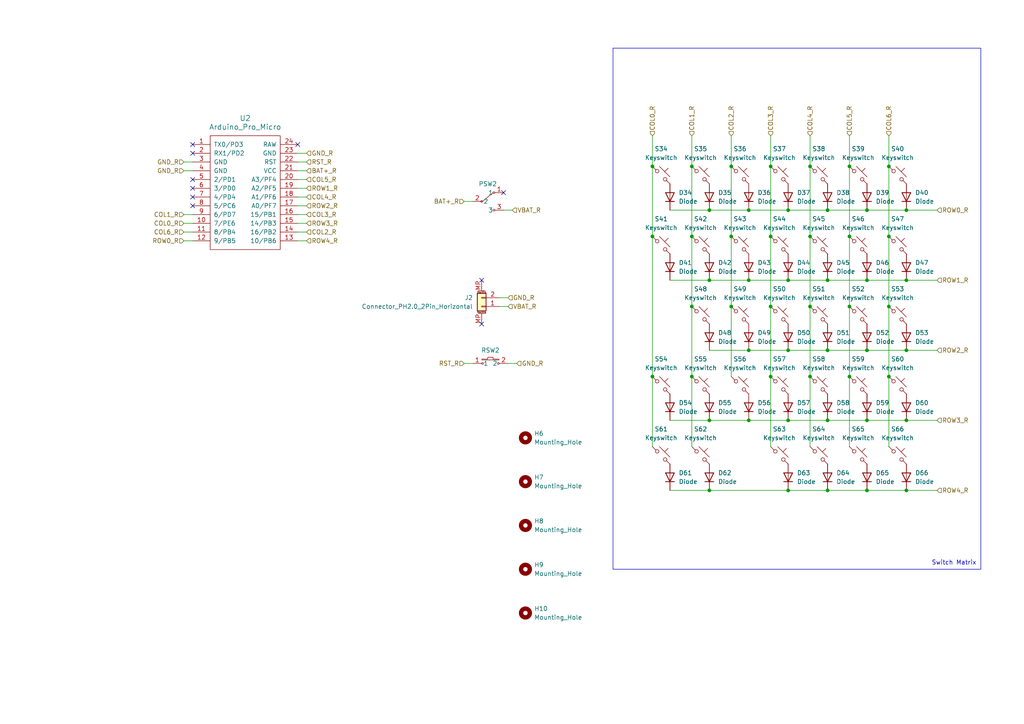
<source format=kicad_sch>
(kicad_sch (version 20250114) (generator "eeschema") (generator_version "9.0")
  (paper "A4")
  (lib_symbols
    (symbol "MyLibrary:Connector_PH2.0_2Pin_Horizontal" (pin_names (hide yes))
      (property "Reference" "J" (at 4.826 -5.334 0))
      (property "Value" "Connector_PH2.0_2Pin_Horizontal" (at 0 -8.636 0))
      (symbol "Connector_PH2.0_2Pin_Horizontal_1_1"
        (rectangle (start 0 2.54) (end 2.54 -2.54) (stroke (width 0.254)) (fill (type background)))
        (rectangle (start 0 1.397) (end 1.27 1.143) (stroke (width 0.1524)))
        (rectangle (start 0 -1.143) (end 1.27 -1.397) (stroke (width 0.1524)))
        (polyline (pts (xy 0.254 -3.302) (xy 2.286 -3.302)) (stroke (width 0.1524)))
        (polyline (pts (xy 2.286 3.302) (xy 0.254 3.302)) (stroke (width 0.1524)))
        (text "Mounting" (at 1.27 2.921 0) (effects (font (size 0.381 0.381))))
        (text "Mounting" (at 1.27 -2.921 0) (effects (font (size 0.381 0.381))))
        (pin passive line (at -3.81 1.27 0) (length 3.81) (name "Pin_1") (number "1"))
        (pin passive line (at -3.81 -1.27 0) (length 3.81) (name "Pin_2") (number "2"))
        (pin passive line (at 1.27 6.35 270) (length 3.048) (name "MountPin") (number "MP"))
        (pin passive line (at 1.27 -6.35 90) (length 3.048) (name "MountPin") (number "MP"))
      )
    )
    (symbol "MyLibrary:MSK_1134_3Pin_2H"
      (property "Reference" "SW" (at 6.35 -5.334 0))
      (symbol "MSK_1134_3Pin_2H_1_1"
        (circle (center 0 0) (radius 0.254))
        (polyline (pts (xy 0.254 0) (xy 3.302 2.54)))
        (circle (center 3.556 2.54) (radius 0.254))
        (circle (center 3.556 -2.54) (radius 0.254))
        (pin passive line (at -2.54 0 0) (length 2.54) (name "2") (number "2"))
        (pin passive line (at 6.35 2.54 180) (length 2.54) (name "1") (number "1"))
        (pin passive line (at 6.35 -2.54 180) (length 2.54) (name "3") (number "3"))
      )
    )
    (symbol "MyLibrary:Tactile_Swtich_3*6*2.5mm"
      (property "Reference" "SW" (at 4.318 -2.286 0))
      (symbol "Tactile_Swtich_3*6*2.5mm_0_1"
        (polyline (pts (xy -2.54 1.27) (xy -0.762 1.27) (xy -0.762 1.778) (xy 0.762 1.778) (xy 0.762 1.27) (xy 2.54 1.27)))
        (polyline (pts (xy -2.54 1.016) (xy 2.54 1.016)))
        (circle (center -2.286 0) (radius 0.254))
        (circle (center 2.286 0) (radius 0.254))
      )
      (symbol "Tactile_Swtich_3*6*2.5mm_1_1"
        (pin passive line (at -5.08 0 0) (length 2.54) (name "1") (number "1"))
        (pin passive line (at 5.08 0 180) (length 2.54) (name "2") (number "2"))
      )
    )
    (symbol "ScottoKeebs:MCU_Arduino_Pro_Micro" (pin_names (offset 1.016))
      (property "Reference" "U" (at 0 0 0))
      (property "Value" "Arduino_Pro_Micro" (at 0 -19.05 0))
      (symbol "MCU_Arduino_Pro_Micro_0_1"
        (rectangle (start -10.16 16.51) (end 10.16 -16.51))
      )
      (symbol "MCU_Arduino_Pro_Micro_1_1"
        (pin input line (at -15.24 13.97 0) (length 5.08) (name "TX0/PD3") (number "1"))
        (pin input line (at -15.24 11.43 0) (length 5.08) (name "RX1/PD2") (number "2"))
        (pin input line (at -15.24 8.89 0) (length 5.08) (name "GND") (number "3"))
        (pin input line (at -15.24 6.35 0) (length 5.08) (name "GND") (number "4"))
        (pin input line (at -15.24 3.81 0) (length 5.08) (name "2/PD1") (number "5"))
        (pin input line (at -15.24 1.27 0) (length 5.08) (name "3/PD0") (number "6"))
        (pin input line (at -15.24 -1.27 0) (length 5.08) (name "4/PD4") (number "7"))
        (pin input line (at -15.24 -3.81 0) (length 5.08) (name "5/PC6") (number "8"))
        (pin input line (at -15.24 -6.35 0) (length 5.08) (name "6/PD7") (number "9"))
        (pin input line (at -15.24 -8.89 0) (length 5.08) (name "7/PE6") (number "10"))
        (pin input line (at -15.24 -11.43 0) (length 5.08) (name "8/PB4") (number "11"))
        (pin input line (at -15.24 -13.97 0) (length 5.08) (name "9/PB5") (number "12"))
        (pin input line (at 15.24 13.97 180) (length 5.08) (name "RAW") (number "24"))
        (pin input line (at 15.24 11.43 180) (length 5.08) (name "GND") (number "23"))
        (pin input line (at 15.24 8.89 180) (length 5.08) (name "RST") (number "22"))
        (pin input line (at 15.24 6.35 180) (length 5.08) (name "VCC") (number "21"))
        (pin input line (at 15.24 3.81 180) (length 5.08) (name "A3/PF4") (number "20"))
        (pin input line (at 15.24 1.27 180) (length 5.08) (name "A2/PF5") (number "19"))
        (pin input line (at 15.24 -1.27 180) (length 5.08) (name "A1/PF6") (number "18"))
        (pin input line (at 15.24 -3.81 180) (length 5.08) (name "A0/PF7") (number "17"))
        (pin input line (at 15.24 -6.35 180) (length 5.08) (name "15/PB1") (number "16"))
        (pin input line (at 15.24 -8.89 180) (length 5.08) (name "14/PB3") (number "15"))
        (pin input line (at 15.24 -11.43 180) (length 5.08) (name "16/PB2") (number "14"))
        (pin input line (at 15.24 -13.97 180) (length 5.08) (name "10/PB6") (number "13"))
      )
    )
    (symbol "ScottoKeebs:Placeholder_Diode" (pin_numbers (hide yes)) (pin_names (hide yes))
      (property "Reference" "D" (at 0 2.54 0))
      (property "Value" "Diode" (at 0 -2.54 0))
      (symbol "Placeholder_Diode_0_1"
        (polyline (pts (xy -1.27 1.27) (xy -1.27 -1.27)) (stroke (width 0.254)))
        (polyline (pts (xy 1.27 1.27) (xy 1.27 -1.27) (xy -1.27 0) (xy 1.27 1.27)) (stroke (width 0.254)))
        (polyline (pts (xy 1.27 0) (xy -1.27 0)))
      )
      (symbol "Placeholder_Diode_1_1"
        (pin passive line (at -3.81 0 0) (length 2.54) (name "K") (number "1"))
        (pin passive line (at 3.81 0 180) (length 2.54) (name "A") (number "2"))
      )
    )
    (symbol "ScottoKeebs:Placeholder_Keyswitch" (pin_numbers (hide yes)) (pin_names (offset 1.016) (hide yes))
      (property "Reference" "S" (at 3.048 1.016 0))
      (property "Value" "Keyswitch" (at 0 -3.81 0))
      (symbol "Placeholder_Keyswitch_0_1"
        (polyline (pts (xy -2.54 2.54) (xy -1.524 1.524) (xy -1.524 1.524)))
        (circle (center -1.1684 1.1684) (radius 0.508))
        (polyline (pts (xy -0.508 2.54) (xy 2.54 -0.508)))
        (polyline (pts (xy 1.016 1.016) (xy 2.032 2.032)))
        (circle (center 1.143 -1.1938) (radius 0.508))
        (polyline (pts (xy 1.524 -1.524) (xy 2.54 -2.54) (xy 2.54 -2.54) (xy 2.54 -2.54)))
        (pin passive line (at -2.54 2.54 0) (length 0) (name "1") (number "1"))
        (pin passive line (at 2.54 -2.54 180) (length 0) (name "2") (number "2"))
      )
    )
    (symbol "ScottoKeebs:Placeholder_Mounting_Hole" (pin_names (offset 1.016))
      (property "Reference" "H" (at 0 5.08 0))
      (property "Value" "Mounting_Hole" (at 0 3.175 0))
      (symbol "Placeholder_Mounting_Hole_0_1"
        (circle (center 0 0) (radius 1.27) (stroke (width 1.27)))
      )
    )
  )
  (rectangle (start 177.8 13.97) (end 284.48 165.1))
  (text "Switch Matrix" (at 283.21 163.322 0) (effects (font (size 1.27 1.27)) (justify right)))
  (junction (at 189.23 68.58))
  (junction (at 262.89 60.96))
  (junction (at 205.74 81.28))
  (junction (at 228.6 81.28))
  (junction (at 223.52 109.22))
  (junction (at 234.95 48.26))
  (junction (at 234.95 109.22))
  (junction (at 246.38 109.22))
  (junction (at 246.38 88.9))
  (junction (at 251.46 142.24))
  (junction (at 200.66 109.22))
  (junction (at 240.03 121.92))
  (junction (at 251.46 60.96))
  (junction (at 240.03 142.24))
  (junction (at 257.81 48.26))
  (junction (at 240.03 60.96))
  (junction (at 217.17 121.92))
  (junction (at 257.81 88.9))
  (junction (at 223.52 68.58))
  (junction (at 200.66 48.26))
  (junction (at 228.6 101.6))
  (junction (at 212.09 68.58))
  (junction (at 240.03 81.28))
  (junction (at 189.23 109.22))
  (junction (at 246.38 48.26))
  (junction (at 251.46 101.6))
  (junction (at 205.74 121.92))
  (junction (at 205.74 142.24))
  (junction (at 240.03 101.6))
  (junction (at 200.66 88.9))
  (junction (at 189.23 48.26))
  (junction (at 246.38 68.58))
  (junction (at 217.17 60.96))
  (junction (at 234.95 68.58))
  (junction (at 257.81 68.58))
  (junction (at 217.17 101.6))
  (junction (at 262.89 142.24))
  (junction (at 228.6 142.24))
  (junction (at 212.09 48.26))
  (junction (at 200.66 68.58))
  (junction (at 234.95 88.9))
  (junction (at 223.52 88.9))
  (junction (at 223.52 48.26))
  (junction (at 228.6 60.96))
  (junction (at 262.89 121.92))
  (junction (at 205.74 60.96))
  (junction (at 262.89 81.28))
  (junction (at 251.46 121.92))
  (junction (at 262.89 101.6))
  (junction (at 251.46 81.28))
  (junction (at 212.09 88.9))
  (junction (at 228.6 121.92))
  (junction (at 217.17 81.28))
  (junction (at 257.81 109.22))
  (no_connect (at 55.88 52.07))
  (no_connect (at 86.36 41.91))
  (no_connect (at 55.88 59.69))
  (no_connect (at 139.7 93.98))
  (no_connect (at 146.05 55.88))
  (no_connect (at 55.88 41.91))
  (no_connect (at 139.7 81.28))
  (no_connect (at 55.88 54.61))
  (no_connect (at 55.88 44.45))
  (no_connect (at 55.88 57.15))
  (wire (pts (xy 148.59 60.96) (xy 146.05 60.96)))
  (wire (pts (xy 53.34 64.77) (xy 55.88 64.77)))
  (wire (pts (xy 194.31 60.96) (xy 205.74 60.96)))
  (wire (pts (xy 251.46 60.96) (xy 262.89 60.96)))
  (wire (pts (xy 149.86 105.41) (xy 147.32 105.41)))
  (wire (pts (xy 147.32 86.36) (xy 144.78 86.36)))
  (wire (pts (xy 246.38 48.26) (xy 246.38 68.58)))
  (wire (pts (xy 53.34 46.99) (xy 55.88 46.99)))
  (wire (pts (xy 53.34 69.85) (xy 55.88 69.85)))
  (wire (pts (xy 212.09 68.58) (xy 212.09 88.9)))
  (wire (pts (xy 200.66 68.58) (xy 200.66 88.9)))
  (wire (pts (xy 240.03 142.24) (xy 251.46 142.24)))
  (wire (pts (xy 240.03 60.96) (xy 251.46 60.96)))
  (wire (pts (xy 53.34 49.53) (xy 55.88 49.53)))
  (wire (pts (xy 251.46 121.92) (xy 262.89 121.92)))
  (wire (pts (xy 217.17 101.6) (xy 228.6 101.6)))
  (wire (pts (xy 189.23 48.26) (xy 189.23 68.58)))
  (wire (pts (xy 246.38 39.37) (xy 246.38 48.26)))
  (wire (pts (xy 234.95 48.26) (xy 234.95 68.58)))
  (wire (pts (xy 257.81 88.9) (xy 257.81 109.22)))
  (wire (pts (xy 271.78 121.92) (xy 262.89 121.92)))
  (wire (pts (xy 271.78 60.96) (xy 262.89 60.96)))
  (wire (pts (xy 223.52 68.58) (xy 223.52 88.9)))
  (wire (pts (xy 240.03 121.92) (xy 251.46 121.92)))
  (wire (pts (xy 223.52 88.9) (xy 223.52 109.22)))
  (wire (pts (xy 246.38 68.58) (xy 246.38 88.9)))
  (wire (pts (xy 246.38 109.22) (xy 246.38 129.54)))
  (wire (pts (xy 262.89 101.6) (xy 251.46 101.6)))
  (wire (pts (xy 88.9 59.69) (xy 86.36 59.69)))
  (wire (pts (xy 223.52 109.22) (xy 223.52 129.54)))
  (wire (pts (xy 200.66 109.22) (xy 200.66 129.54)))
  (wire (pts (xy 88.9 49.53) (xy 86.36 49.53)))
  (wire (pts (xy 251.46 142.24) (xy 262.89 142.24)))
  (wire (pts (xy 228.6 121.92) (xy 240.03 121.92)))
  (wire (pts (xy 194.31 142.24) (xy 205.74 142.24)))
  (wire (pts (xy 212.09 48.26) (xy 212.09 68.58)))
  (wire (pts (xy 194.31 121.92) (xy 205.74 121.92)))
  (wire (pts (xy 134.62 58.42) (xy 137.16 58.42)))
  (wire (pts (xy 134.62 105.41) (xy 137.16 105.41)))
  (wire (pts (xy 240.03 81.28) (xy 251.46 81.28)))
  (wire (pts (xy 234.95 68.58) (xy 234.95 88.9)))
  (wire (pts (xy 228.6 60.96) (xy 240.03 60.96)))
  (wire (pts (xy 271.78 142.24) (xy 262.89 142.24)))
  (wire (pts (xy 205.74 142.24) (xy 228.6 142.24)))
  (wire (pts (xy 246.38 88.9) (xy 246.38 109.22)))
  (wire (pts (xy 88.9 57.15) (xy 86.36 57.15)))
  (wire (pts (xy 217.17 60.96) (xy 228.6 60.96)))
  (wire (pts (xy 200.66 88.9) (xy 200.66 109.22)))
  (wire (pts (xy 205.74 60.96) (xy 217.17 60.96)))
  (wire (pts (xy 88.9 44.45) (xy 86.36 44.45)))
  (wire (pts (xy 234.95 109.22) (xy 234.95 129.54)))
  (wire (pts (xy 271.78 101.6) (xy 262.89 101.6)))
  (wire (pts (xy 189.23 39.37) (xy 189.23 48.26)))
  (wire (pts (xy 217.17 81.28) (xy 228.6 81.28)))
  (wire (pts (xy 88.9 54.61) (xy 86.36 54.61)))
  (wire (pts (xy 88.9 67.31) (xy 86.36 67.31)))
  (wire (pts (xy 257.81 68.58) (xy 257.81 88.9)))
  (wire (pts (xy 200.66 39.37) (xy 200.66 48.26)))
  (wire (pts (xy 88.9 62.23) (xy 86.36 62.23)))
  (wire (pts (xy 205.74 121.92) (xy 217.17 121.92)))
  (wire (pts (xy 88.9 64.77) (xy 86.36 64.77)))
  (wire (pts (xy 212.09 88.9) (xy 212.09 109.22)))
  (wire (pts (xy 223.52 48.26) (xy 223.52 68.58)))
  (wire (pts (xy 251.46 81.28) (xy 262.89 81.28)))
  (wire (pts (xy 189.23 68.58) (xy 189.23 109.22)))
  (wire (pts (xy 88.9 46.99) (xy 86.36 46.99)))
  (wire (pts (xy 205.74 101.6) (xy 217.17 101.6)))
  (wire (pts (xy 240.03 101.6) (xy 251.46 101.6)))
  (wire (pts (xy 228.6 101.6) (xy 240.03 101.6)))
  (wire (pts (xy 88.9 69.85) (xy 86.36 69.85)))
  (wire (pts (xy 189.23 109.22) (xy 189.23 129.54)))
  (wire (pts (xy 53.34 67.31) (xy 55.88 67.31)))
  (wire (pts (xy 257.81 39.37) (xy 257.81 48.26)))
  (wire (pts (xy 234.95 88.9) (xy 234.95 109.22)))
  (wire (pts (xy 194.31 81.28) (xy 205.74 81.28)))
  (wire (pts (xy 257.81 48.26) (xy 257.81 68.58)))
  (wire (pts (xy 217.17 121.92) (xy 228.6 121.92)))
  (wire (pts (xy 223.52 39.37) (xy 223.52 48.26)))
  (wire (pts (xy 212.09 39.37) (xy 212.09 48.26)))
  (wire (pts (xy 88.9 52.07) (xy 86.36 52.07)))
  (wire (pts (xy 257.81 109.22) (xy 257.81 129.54)))
  (wire (pts (xy 234.95 39.37) (xy 234.95 48.26)))
  (wire (pts (xy 205.74 81.28) (xy 217.17 81.28)))
  (wire (pts (xy 262.89 81.28) (xy 271.78 81.28)))
  (wire (pts (xy 228.6 81.28) (xy 240.03 81.28)))
  (wire (pts (xy 200.66 48.26) (xy 200.66 68.58)))
  (wire (pts (xy 147.32 88.9) (xy 144.78 88.9)))
  (wire (pts (xy 228.6 142.24) (xy 240.03 142.24)))
  (wire (pts (xy 53.34 62.23) (xy 55.88 62.23)))
  (hierarchical_label "ROW4_R" (shape input) (at 88.9 69.85 0))
  (hierarchical_label "GND_R" (shape input) (at 147.32 86.36 0))
  (hierarchical_label "ROW2_R" (shape input) (at 88.9 59.69 0))
  (hierarchical_label "ROW2_R" (shape input) (at 271.78 101.6 0))
  (hierarchical_label "BAT+_R" (shape input) (at 88.9 49.53 0))
  (hierarchical_label "COL3_R" (shape input) (at 88.9 62.23 0))
  (hierarchical_label "ROW0_R" (shape input) (at 53.34 69.85 180))
  (hierarchical_label "COL5_R" (shape input) (at 246.38 39.37 90))
  (hierarchical_label "ROW4_R" (shape input) (at 271.78 142.24 0))
  (hierarchical_label "COL2_R" (shape input) (at 212.09 39.37 90))
  (hierarchical_label "VBAT_R" (shape input) (at 147.32 88.9 0))
  (hierarchical_label "COL4_R" (shape input) (at 234.95 39.37 90))
  (hierarchical_label "GND_R" (shape input) (at 149.86 105.41 0))
  (hierarchical_label "COL3_R" (shape input) (at 223.52 39.37 90))
  (hierarchical_label "ROW3_R" (shape input) (at 88.9 64.77 0))
  (hierarchical_label "COL6_R" (shape input) (at 257.81 39.37 90))
  (hierarchical_label "COL0_R" (shape input) (at 189.23 39.37 90))
  (hierarchical_label "RST_R" (shape input) (at 88.9 46.99 0))
  (hierarchical_label "COL1_R" (shape input) (at 200.66 39.37 90))
  (hierarchical_label "COL1_R" (shape input) (at 53.34 62.23 180))
  (hierarchical_label "ROW1_R" (shape input) (at 88.9 54.61 0))
  (hierarchical_label "ROW1_R" (shape input) (at 271.78 81.28 0))
  (hierarchical_label "VBAT_R" (shape input) (at 148.59 60.96 0))
  (hierarchical_label "COL2_R" (shape input) (at 88.9 67.31 0))
  (hierarchical_label "BAT+_R" (shape input) (at 134.62 58.42 180))
  (hierarchical_label "GND_R" (shape input) (at 53.34 49.53 180))
  (hierarchical_label "COL4_R" (shape input) (at 88.9 57.15 0))
  (hierarchical_label "COL6_R" (shape input) (at 53.34 67.31 180))
  (hierarchical_label "RST_R" (shape input) (at 134.62 105.41 180))
  (hierarchical_label "GND_R" (shape input) (at 88.9 44.45 0))
  (hierarchical_label "ROW0_R" (shape input) (at 271.78 60.96 0))
  (hierarchical_label "COL0_R" (shape input) (at 53.34 64.77 180))
  (hierarchical_label "GND_R" (shape input) (at 53.34 46.99 180))
  (hierarchical_label "COL5_R" (shape input) (at 88.9 52.07 0))
  (hierarchical_label "ROW3_R" (shape input) (at 271.78 121.92 0))
  (symbol (lib_id "ScottoKeebs:Placeholder_Keyswitch") (at 214.63 91.44 0) (unit 1)
    (property "Reference" "S49" (at 214.63 83.82 0))
    (property "Value" "Keyswitch" (at 214.63 86.36 0))
    (property "Footprint" "ScottoKeebs_Hotswap:Hotswap_MX_1.00u" (effects (hide yes)))
    (property "Description" "Push button switch, normally open, two pins, 45° tilted" (effects (hide yes)))
  )
  (symbol (lib_id "ScottoKeebs:Placeholder_Mounting_Hole") (at 152.4 177.8 0) (unit 1)
    (property "Reference" "H10" (at 154.94 176.5299 0) (effects (justify left)))
    (property "Value" "Mounting_Hole" (at 154.94 179.0699 0) (effects (justify left)))
    (property "Footprint" "MountingHole:MountingHole_2.5mm" (effects (hide yes)))
    (property "Description" "Mounting Hole without connection" (effects (hide yes)))
  )
  (symbol (lib_id "ScottoKeebs:Placeholder_Diode") (at 251.46 118.11 90) (unit 1)
    (property "Reference" "D59" (at 254 116.8399 90) (effects (justify right)))
    (property "Value" "Diode" (at 254 119.3799 90) (effects (justify right)))
    (property "Footprint" "ScottoKeebs_Components:Diode_SOD-123" (effects (hide yes)))
    (property "Description" "1N4148 (DO-35) or 1N4148W (SOD-123)" (effects (hide yes)))
    (property "Sim.Device" "D" (effects (hide yes)))
    (property "Sim.Pins" "1=K 2=A" (effects (hide yes)))
  )
  (symbol (lib_id "ScottoKeebs:Placeholder_Diode") (at 262.89 118.11 90) (unit 1)
    (property "Reference" "D60" (at 265.43 116.8399 90) (effects (justify right)))
    (property "Value" "Diode" (at 265.43 119.3799 90) (effects (justify right)))
    (property "Footprint" "ScottoKeebs_Components:Diode_SOD-123" (effects (hide yes)))
    (property "Description" "1N4148 (DO-35) or 1N4148W (SOD-123)" (effects (hide yes)))
    (property "Sim.Device" "D" (effects (hide yes)))
    (property "Sim.Pins" "1=K 2=A" (effects (hide yes)))
  )
  (symbol (lib_id "ScottoKeebs:Placeholder_Keyswitch") (at 203.2 111.76 0) (unit 1)
    (property "Reference" "S55" (at 203.2 104.14 0))
    (property "Value" "Keyswitch" (at 203.2 106.68 0))
    (property "Footprint" "ScottoKeebs_Hotswap:Hotswap_MX_1.00u" (effects (hide yes)))
    (property "Description" "Push button switch, normally open, two pins, 45° tilted" (effects (hide yes)))
  )
  (symbol (lib_id "ScottoKeebs:Placeholder_Keyswitch") (at 191.77 111.76 0) (unit 1)
    (property "Reference" "S54" (at 191.77 104.14 0))
    (property "Value" "Keyswitch" (at 191.77 106.68 0))
    (property "Footprint" "ScottoKeebs_Hotswap:Hotswap_MX_2.00u_90deg" (effects (hide yes)))
    (property "Description" "Push button switch, normally open, two pins, 45° tilted" (effects (hide yes)))
  )
  (symbol (lib_id "ScottoKeebs:Placeholder_Mounting_Hole") (at 152.4 165.1 0) (unit 1)
    (property "Reference" "H9" (at 154.94 163.8299 0) (effects (justify left)))
    (property "Value" "Mounting_Hole" (at 154.94 166.3699 0) (effects (justify left)))
    (property "Footprint" "MountingHole:MountingHole_2.5mm" (effects (hide yes)))
    (property "Description" "Mounting Hole without connection" (effects (hide yes)))
  )
  (symbol (lib_id "ScottoKeebs:Placeholder_Diode") (at 228.6 138.43 90) (unit 1)
    (property "Reference" "D63" (at 231.14 137.1599 90) (effects (justify right)))
    (property "Value" "Diode" (at 231.14 139.6999 90) (effects (justify right)))
    (property "Footprint" "ScottoKeebs_Components:Diode_SOD-123" (effects (hide yes)))
    (property "Description" "1N4148 (DO-35) or 1N4148W (SOD-123)" (effects (hide yes)))
    (property "Sim.Device" "D" (effects (hide yes)))
    (property "Sim.Pins" "1=K 2=A" (effects (hide yes)))
  )
  (symbol (lib_id "ScottoKeebs:Placeholder_Mounting_Hole") (at 152.4 127 0) (unit 1)
    (property "Reference" "H6" (at 154.94 125.7299 0) (effects (justify left)))
    (property "Value" "Mounting_Hole" (at 154.94 128.2699 0) (effects (justify left)))
    (property "Footprint" "MountingHole:MountingHole_2.5mm" (effects (hide yes)))
    (property "Description" "Mounting Hole without connection" (effects (hide yes)))
  )
  (symbol (lib_id "ScottoKeebs:Placeholder_Keyswitch") (at 237.49 50.8 0) (unit 1)
    (property "Reference" "S38" (at 237.49 43.18 0))
    (property "Value" "Keyswitch" (at 237.49 45.72 0))
    (property "Footprint" "ScottoKeebs_Hotswap:Hotswap_MX_1.00u" (effects (hide yes)))
    (property "Description" "Push button switch, normally open, two pins, 45° tilted" (effects (hide yes)))
  )
  (symbol (lib_id "ScottoKeebs:Placeholder_Diode") (at 217.17 57.15 90) (unit 1)
    (property "Reference" "D36" (at 219.71 55.8799 90) (effects (justify right)))
    (property "Value" "Diode" (at 219.71 58.4199 90) (effects (justify right)))
    (property "Footprint" "ScottoKeebs_Components:Diode_SOD-123" (effects (hide yes)))
    (property "Description" "1N4148 (DO-35) or 1N4148W (SOD-123)" (effects (hide yes)))
    (property "Sim.Device" "D" (effects (hide yes)))
    (property "Sim.Pins" "1=K 2=A" (effects (hide yes)))
  )
  (symbol (lib_id "ScottoKeebs:Placeholder_Diode") (at 228.6 57.15 90) (unit 1)
    (property "Reference" "D37" (at 231.14 55.8799 90) (effects (justify right)))
    (property "Value" "Diode" (at 231.14 58.4199 90) (effects (justify right)))
    (property "Footprint" "ScottoKeebs_Components:Diode_SOD-123" (effects (hide yes)))
    (property "Description" "1N4148 (DO-35) or 1N4148W (SOD-123)" (effects (hide yes)))
    (property "Sim.Device" "D" (effects (hide yes)))
    (property "Sim.Pins" "1=K 2=A" (effects (hide yes)))
  )
  (symbol (lib_id "ScottoKeebs:Placeholder_Diode") (at 251.46 97.79 90) (unit 1)
    (property "Reference" "D52" (at 254 96.5199 90) (effects (justify right)))
    (property "Value" "Diode" (at 254 99.0599 90) (effects (justify right)))
    (property "Footprint" "ScottoKeebs_Components:Diode_SOD-123" (effects (hide yes)))
    (property "Description" "1N4148 (DO-35) or 1N4148W (SOD-123)" (effects (hide yes)))
    (property "Sim.Device" "D" (effects (hide yes)))
    (property "Sim.Pins" "1=K 2=A" (effects (hide yes)))
  )
  (symbol (lib_id "ScottoKeebs:Placeholder_Keyswitch") (at 203.2 71.12 0) (unit 1)
    (property "Reference" "S42" (at 203.2 63.5 0))
    (property "Value" "Keyswitch" (at 203.2 66.04 0))
    (property "Footprint" "ScottoKeebs_Hotswap:Hotswap_MX_1.00u" (effects (hide yes)))
    (property "Description" "Push button switch, normally open, two pins, 45° tilted" (effects (hide yes)))
  )
  (symbol (lib_id "ScottoKeebs:Placeholder_Keyswitch") (at 260.35 132.08 0) (unit 1)
    (property "Reference" "S66" (at 260.35 124.46 0))
    (property "Value" "Keyswitch" (at 260.35 127 0))
    (property "Footprint" "ScottoKeebs_Hotswap:Hotswap_MX_1.00u" (effects (hide yes)))
    (property "Description" "Push button switch, normally open, two pins, 45° tilted" (effects (hide yes)))
  )
  (symbol (lib_id "ScottoKeebs:Placeholder_Keyswitch") (at 237.49 91.44 0) (unit 1)
    (property "Reference" "S51" (at 237.49 83.82 0))
    (property "Value" "Keyswitch" (at 237.49 86.36 0))
    (property "Footprint" "ScottoKeebs_Hotswap:Hotswap_MX_1.00u" (effects (hide yes)))
    (property "Description" "Push button switch, normally open, two pins, 45° tilted" (effects (hide yes)))
  )
  (symbol (lib_id "ScottoKeebs:Placeholder_Diode") (at 262.89 97.79 90) (unit 1)
    (property "Reference" "D53" (at 265.43 96.5199 90) (effects (justify right)))
    (property "Value" "Diode" (at 265.43 99.0599 90) (effects (justify right)))
    (property "Footprint" "ScottoKeebs_Components:Diode_SOD-123" (effects (hide yes)))
    (property "Description" "1N4148 (DO-35) or 1N4148W (SOD-123)" (effects (hide yes)))
    (property "Sim.Device" "D" (effects (hide yes)))
    (property "Sim.Pins" "1=K 2=A" (effects (hide yes)))
  )
  (symbol (lib_id "ScottoKeebs:Placeholder_Diode") (at 205.74 77.47 90) (unit 1)
    (property "Reference" "D42" (at 208.28 76.1999 90) (effects (justify right)))
    (property "Value" "Diode" (at 208.28 78.7399 90) (effects (justify right)))
    (property "Footprint" "ScottoKeebs_Components:Diode_SOD-123" (effects (hide yes)))
    (property "Description" "1N4148 (DO-35) or 1N4148W (SOD-123)" (effects (hide yes)))
    (property "Sim.Device" "D" (effects (hide yes)))
    (property "Sim.Pins" "1=K 2=A" (effects (hide yes)))
  )
  (symbol (lib_id "ScottoKeebs:Placeholder_Diode") (at 205.74 97.79 90) (unit 1)
    (property "Reference" "D48" (at 208.28 96.5199 90) (effects (justify right)))
    (property "Value" "Diode" (at 208.28 99.0599 90) (effects (justify right)))
    (property "Footprint" "ScottoKeebs_Components:Diode_SOD-123" (effects (hide yes)))
    (property "Description" "1N4148 (DO-35) or 1N4148W (SOD-123)" (effects (hide yes)))
    (property "Sim.Device" "D" (effects (hide yes)))
    (property "Sim.Pins" "1=K 2=A" (effects (hide yes)))
  )
  (symbol (lib_id "ScottoKeebs:Placeholder_Diode") (at 262.89 77.47 90) (unit 1)
    (property "Reference" "D47" (at 265.43 76.1999 90) (effects (justify right)))
    (property "Value" "Diode" (at 265.43 78.7399 90) (effects (justify right)))
    (property "Footprint" "ScottoKeebs_Components:Diode_SOD-123" (effects (hide yes)))
    (property "Description" "1N4148 (DO-35) or 1N4148W (SOD-123)" (effects (hide yes)))
    (property "Sim.Device" "D" (effects (hide yes)))
    (property "Sim.Pins" "1=K 2=A" (effects (hide yes)))
  )
  (symbol (lib_id "ScottoKeebs:Placeholder_Keyswitch") (at 226.06 50.8 0) (unit 1)
    (property "Reference" "S37" (at 226.06 43.18 0))
    (property "Value" "Keyswitch" (at 226.06 45.72 0))
    (property "Footprint" "ScottoKeebs_Hotswap:Hotswap_MX_1.00u" (effects (hide yes)))
    (property "Description" "Push button switch, normally open, two pins, 45° tilted" (effects (hide yes)))
  )
  (symbol (lib_id "ScottoKeebs:Placeholder_Diode") (at 217.17 97.79 90) (unit 1)
    (property "Reference" "D49" (at 219.71 96.5199 90) (effects (justify right)))
    (property "Value" "Diode" (at 219.71 99.0599 90) (effects (justify right)))
    (property "Footprint" "ScottoKeebs_Components:Diode_SOD-123" (effects (hide yes)))
    (property "Description" "1N4148 (DO-35) or 1N4148W (SOD-123)" (effects (hide yes)))
    (property "Sim.Device" "D" (effects (hide yes)))
    (property "Sim.Pins" "1=K 2=A" (effects (hide yes)))
  )
  (symbol (lib_id "ScottoKeebs:Placeholder_Diode") (at 240.03 77.47 90) (unit 1)
    (property "Reference" "D45" (at 242.57 76.1999 90) (effects (justify right)))
    (property "Value" "Diode" (at 242.57 78.7399 90) (effects (justify right)))
    (property "Footprint" "ScottoKeebs_Components:Diode_SOD-123" (effects (hide yes)))
    (property "Description" "1N4148 (DO-35) or 1N4148W (SOD-123)" (effects (hide yes)))
    (property "Sim.Device" "D" (effects (hide yes)))
    (property "Sim.Pins" "1=K 2=A" (effects (hide yes)))
  )
  (symbol (lib_id "ScottoKeebs:Placeholder_Diode") (at 240.03 57.15 90) (unit 1)
    (property "Reference" "D38" (at 242.57 55.8799 90) (effects (justify right)))
    (property "Value" "Diode" (at 242.57 58.4199 90) (effects (justify right)))
    (property "Footprint" "ScottoKeebs_Components:Diode_SOD-123" (effects (hide yes)))
    (property "Description" "1N4148 (DO-35) or 1N4148W (SOD-123)" (effects (hide yes)))
    (property "Sim.Device" "D" (effects (hide yes)))
    (property "Sim.Pins" "1=K 2=A" (effects (hide yes)))
  )
  (symbol (lib_id "ScottoKeebs:Placeholder_Diode") (at 262.89 57.15 90) (unit 1)
    (property "Reference" "D40" (at 265.43 55.8799 90) (effects (justify right)))
    (property "Value" "Diode" (at 265.43 58.4199 90) (effects (justify right)))
    (property "Footprint" "ScottoKeebs_Components:Diode_SOD-123" (effects (hide yes)))
    (property "Description" "1N4148 (DO-35) or 1N4148W (SOD-123)" (effects (hide yes)))
    (property "Sim.Device" "D" (effects (hide yes)))
    (property "Sim.Pins" "1=K 2=A" (effects (hide yes)))
  )
  (symbol (lib_id "ScottoKeebs:Placeholder_Keyswitch") (at 260.35 111.76 0) (unit 1)
    (property "Reference" "S60" (at 260.35 104.14 0))
    (property "Value" "Keyswitch" (at 260.35 106.68 0))
    (property "Footprint" "ScottoKeebs_Hotswap:Hotswap_MX_1.50u" (effects (hide yes)))
    (property "Description" "Push button switch, normally open, two pins, 45° tilted" (effects (hide yes)))
  )
  (symbol (lib_id "ScottoKeebs:Placeholder_Diode") (at 251.46 57.15 90) (unit 1)
    (property "Reference" "D39" (at 254 55.8799 90) (effects (justify right)))
    (property "Value" "Diode" (at 254 58.4199 90) (effects (justify right)))
    (property "Footprint" "ScottoKeebs_Components:Diode_SOD-123" (effects (hide yes)))
    (property "Description" "1N4148 (DO-35) or 1N4148W (SOD-123)" (effects (hide yes)))
    (property "Sim.Device" "D" (effects (hide yes)))
    (property "Sim.Pins" "1=K 2=A" (effects (hide yes)))
  )
  (symbol (lib_id "MyLibrary:Tactile_Swtich_3*6*2.5mm") (at 142.24 105.41 0) (unit 1)
    (property "Reference" "RSW2" (at 142.24 101.6 0))
    (property "Footprint" "MyLibrary:Tactile_Switch_3_6_2.5mm" (effects (hide yes)))
    (property "Description" "轻触开关3*6*2.5mm" (effects (hide yes)))
  )
  (symbol (lib_id "ScottoKeebs:MCU_Arduino_Pro_Micro") (at 71.12 55.88 0) (unit 1)
    (property "Reference" "U2" (at 71.12 34.29 0) (effects (font (size 1.524 1.524))))
    (property "Value" "Arduino_Pro_Micro" (at 71.12 36.83 0) (effects (font (size 1.524 1.524))))
    (property "Footprint" "ScottoKeebs_MCU:Arduino_Pro_Micro" (effects (hide yes)))
  )
  (symbol (lib_id "ScottoKeebs:Placeholder_Keyswitch") (at 203.2 132.08 0) (unit 1)
    (property "Reference" "S62" (at 203.2 124.46 0))
    (property "Value" "Keyswitch" (at 203.2 127 0))
    (property "Footprint" "ScottoKeebs_Hotswap:Hotswap_MX_2.00u" (effects (hide yes)))
    (property "Description" "Push button switch, normally open, two pins, 45° tilted" (effects (hide yes)))
  )
  (symbol (lib_id "ScottoKeebs:Placeholder_Keyswitch") (at 260.35 71.12 0) (unit 1)
    (property "Reference" "S47" (at 260.35 63.5 0))
    (property "Value" "Keyswitch" (at 260.35 66.04 0))
    (property "Footprint" "ScottoKeebs_Hotswap:Hotswap_MX_1.50u" (effects (hide yes)))
    (property "Description" "Push button switch, normally open, two pins, 45° tilted" (effects (hide yes)))
  )
  (symbol (lib_id "ScottoKeebs:Placeholder_Keyswitch") (at 226.06 132.08 0) (unit 1)
    (property "Reference" "S63" (at 226.06 124.46 0))
    (property "Value" "Keyswitch" (at 226.06 127 0))
    (property "Footprint" "ScottoKeebs_Hotswap:Hotswap_MX_1.00u" (effects (hide yes)))
    (property "Description" "Push button switch, normally open, two pins, 45° tilted" (effects (hide yes)))
  )
  (symbol (lib_id "ScottoKeebs:Placeholder_Diode") (at 262.89 138.43 90) (unit 1)
    (property "Reference" "D66" (at 265.43 137.1599 90) (effects (justify right)))
    (property "Value" "Diode" (at 265.43 139.6999 90) (effects (justify right)))
    (property "Footprint" "ScottoKeebs_Components:Diode_SOD-123" (effects (hide yes)))
    (property "Description" "1N4148 (DO-35) or 1N4148W (SOD-123)" (effects (hide yes)))
    (property "Sim.Device" "D" (effects (hide yes)))
    (property "Sim.Pins" "1=K 2=A" (effects (hide yes)))
  )
  (symbol (lib_id "ScottoKeebs:Placeholder_Keyswitch") (at 226.06 71.12 0) (unit 1)
    (property "Reference" "S44" (at 226.06 63.5 0))
    (property "Value" "Keyswitch" (at 226.06 66.04 0))
    (property "Footprint" "ScottoKeebs_Hotswap:Hotswap_MX_1.00u" (effects (hide yes)))
    (property "Description" "Push button switch, normally open, two pins, 45° tilted" (effects (hide yes)))
  )
  (symbol (lib_id "MyLibrary:Connector_PH2.0_2Pin_Horizontal") (at 140.97 87.63 180) (unit 1)
    (property "Reference" "J2" (at 137.16 86.3599 0) (effects (justify left)))
    (property "Value" "Connector_PH2.0_2Pin_Horizontal" (at 137.16 88.8999 0) (effects (justify left)))
    (property "Footprint" "Connector_JST:JST_GH_SM02B-GHS-TB_1x02-1MP_P1.25mm_Horizontal" (effects (hide yes)))
    (property "Description" "PH2.0接插件2PIN卧贴" (effects (hide yes)))
  )
  (symbol (lib_id "ScottoKeebs:Placeholder_Diode") (at 228.6 97.79 90) (unit 1)
    (property "Reference" "D50" (at 231.14 96.5199 90) (effects (justify right)))
    (property "Value" "Diode" (at 231.14 99.0599 90) (effects (justify right)))
    (property "Footprint" "ScottoKeebs_Components:Diode_SOD-123" (effects (hide yes)))
    (property "Description" "1N4148 (DO-35) or 1N4148W (SOD-123)" (effects (hide yes)))
    (property "Sim.Device" "D" (effects (hide yes)))
    (property "Sim.Pins" "1=K 2=A" (effects (hide yes)))
  )
  (symbol (lib_id "ScottoKeebs:Placeholder_Diode") (at 205.74 118.11 90) (unit 1)
    (property "Reference" "D55" (at 208.28 116.8399 90) (effects (justify right)))
    (property "Value" "Diode" (at 208.28 119.3799 90) (effects (justify right)))
    (property "Footprint" "ScottoKeebs_Components:Diode_SOD-123" (effects (hide yes)))
    (property "Description" "1N4148 (DO-35) or 1N4148W (SOD-123)" (effects (hide yes)))
    (property "Sim.Device" "D" (effects (hide yes)))
    (property "Sim.Pins" "1=K 2=A" (effects (hide yes)))
  )
  (symbol (lib_id "ScottoKeebs:Placeholder_Keyswitch") (at 226.06 91.44 0) (unit 1)
    (property "Reference" "S50" (at 226.06 83.82 0))
    (property "Value" "Keyswitch" (at 226.06 86.36 0))
    (property "Footprint" "ScottoKeebs_Hotswap:Hotswap_MX_1.00u" (effects (hide yes)))
    (property "Description" "Push button switch, normally open, two pins, 45° tilted" (effects (hide yes)))
  )
  (symbol (lib_id "ScottoKeebs:Placeholder_Diode") (at 251.46 77.47 90) (unit 1)
    (property "Reference" "D46" (at 254 76.1999 90) (effects (justify right)))
    (property "Value" "Diode" (at 254 78.7399 90) (effects (justify right)))
    (property "Footprint" "ScottoKeebs_Components:Diode_SOD-123" (effects (hide yes)))
    (property "Description" "1N4148 (DO-35) or 1N4148W (SOD-123)" (effects (hide yes)))
    (property "Sim.Device" "D" (effects (hide yes)))
    (property "Sim.Pins" "1=K 2=A" (effects (hide yes)))
  )
  (symbol (lib_id "ScottoKeebs:Placeholder_Diode") (at 251.46 138.43 90) (unit 1)
    (property "Reference" "D65" (at 254 137.1599 90) (effects (justify right)))
    (property "Value" "Diode" (at 254 139.6999 90) (effects (justify right)))
    (property "Footprint" "ScottoKeebs_Components:Diode_SOD-123" (effects (hide yes)))
    (property "Description" "1N4148 (DO-35) or 1N4148W (SOD-123)" (effects (hide yes)))
    (property "Sim.Device" "D" (effects (hide yes)))
    (property "Sim.Pins" "1=K 2=A" (effects (hide yes)))
  )
  (symbol (lib_id "MyLibrary:MSK_1134_3Pin_2H") (at 139.7 58.42 0) (unit 1)
    (property "Reference" "PSW2" (at 141.478 53.34 0))
    (property "Footprint" "MyLibrary:MSK_1134_3Pin_2H" (effects (hide yes)))
    (property "Description" "3脚拨动开关立贴" (effects (hide yes)))
  )
  (symbol (lib_id "ScottoKeebs:Placeholder_Diode") (at 205.74 138.43 90) (unit 1)
    (property "Reference" "D62" (at 208.28 137.1599 90) (effects (justify right)))
    (property "Value" "Diode" (at 208.28 139.6999 90) (effects (justify right)))
    (property "Footprint" "ScottoKeebs_Components:Diode_SOD-123" (effects (hide yes)))
    (property "Description" "1N4148 (DO-35) or 1N4148W (SOD-123)" (effects (hide yes)))
    (property "Sim.Device" "D" (effects (hide yes)))
    (property "Sim.Pins" "1=K 2=A" (effects (hide yes)))
  )
  (symbol (lib_id "ScottoKeebs:Placeholder_Keyswitch") (at 191.77 132.08 0) (unit 1)
    (property "Reference" "S61" (at 191.77 124.46 0))
    (property "Value" "Keyswitch" (at 191.77 127 0))
    (property "Footprint" "ScottoKeebs_Hotswap:Hotswap_MX_1.00u" (effects (hide yes)))
    (property "Description" "Push button switch, normally open, two pins, 45° tilted" (effects (hide yes)))
  )
  (symbol (lib_id "ScottoKeebs:Placeholder_Keyswitch") (at 237.49 111.76 0) (unit 1)
    (property "Reference" "S58" (at 237.49 104.14 0))
    (property "Value" "Keyswitch" (at 237.49 106.68 0))
    (property "Footprint" "ScottoKeebs_Hotswap:Hotswap_MX_1.00u" (effects (hide yes)))
    (property "Description" "Push button switch, normally open, two pins, 45° tilted" (effects (hide yes)))
  )
  (symbol (lib_id "ScottoKeebs:Placeholder_Diode") (at 240.03 97.79 90) (unit 1)
    (property "Reference" "D51" (at 242.57 96.5199 90) (effects (justify right)))
    (property "Value" "Diode" (at 242.57 99.0599 90) (effects (justify right)))
    (property "Footprint" "ScottoKeebs_Components:Diode_SOD-123" (effects (hide yes)))
    (property "Description" "1N4148 (DO-35) or 1N4148W (SOD-123)" (effects (hide yes)))
    (property "Sim.Device" "D" (effects (hide yes)))
    (property "Sim.Pins" "1=K 2=A" (effects (hide yes)))
  )
  (symbol (lib_id "ScottoKeebs:Placeholder_Diode") (at 240.03 138.43 90) (unit 1)
    (property "Reference" "D64" (at 242.57 137.1599 90) (effects (justify right)))
    (property "Value" "Diode" (at 242.57 139.6999 90) (effects (justify right)))
    (property "Footprint" "ScottoKeebs_Components:Diode_SOD-123" (effects (hide yes)))
    (property "Description" "1N4148 (DO-35) or 1N4148W (SOD-123)" (effects (hide yes)))
    (property "Sim.Device" "D" (effects (hide yes)))
    (property "Sim.Pins" "1=K 2=A" (effects (hide yes)))
  )
  (symbol (lib_id "ScottoKeebs:Placeholder_Diode") (at 194.31 77.47 90) (unit 1)
    (property "Reference" "D41" (at 196.85 76.1999 90) (effects (justify right)))
    (property "Value" "Diode" (at 196.85 78.7399 90) (effects (justify right)))
    (property "Footprint" "ScottoKeebs_Components:Diode_SOD-123" (effects (hide yes)))
    (property "Description" "1N4148 (DO-35) or 1N4148W (SOD-123)" (effects (hide yes)))
    (property "Sim.Device" "D" (effects (hide yes)))
    (property "Sim.Pins" "1=K 2=A" (effects (hide yes)))
  )
  (symbol (lib_id "ScottoKeebs:Placeholder_Keyswitch") (at 260.35 50.8 0) (unit 1)
    (property "Reference" "S40" (at 260.35 43.18 0))
    (property "Value" "Keyswitch" (at 260.35 45.72 0))
    (property "Footprint" "ScottoKeebs_Hotswap:Hotswap_MX_1.00u" (effects (hide yes)))
    (property "Description" "Push button switch, normally open, two pins, 45° tilted" (effects (hide yes)))
  )
  (symbol (lib_id "ScottoKeebs:Placeholder_Diode") (at 240.03 118.11 90) (unit 1)
    (property "Reference" "D58" (at 242.57 116.8399 90) (effects (justify right)))
    (property "Value" "Diode" (at 242.57 119.3799 90) (effects (justify right)))
    (property "Footprint" "ScottoKeebs_Components:Diode_SOD-123" (effects (hide yes)))
    (property "Description" "1N4148 (DO-35) or 1N4148W (SOD-123)" (effects (hide yes)))
    (property "Sim.Device" "D" (effects (hide yes)))
    (property "Sim.Pins" "1=K 2=A" (effects (hide yes)))
  )
  (symbol (lib_id "ScottoKeebs:Placeholder_Keyswitch") (at 248.92 111.76 0) (unit 1)
    (property "Reference" "S59" (at 248.92 104.14 0))
    (property "Value" "Keyswitch" (at 248.92 106.68 0))
    (property "Footprint" "ScottoKeebs_Hotswap:Hotswap_MX_1.00u" (effects (hide yes)))
    (property "Description" "Push button switch, normally open, two pins, 45° tilted" (effects (hide yes)))
  )
  (symbol (lib_id "ScottoKeebs:Placeholder_Keyswitch") (at 248.92 50.8 0) (unit 1)
    (property "Reference" "S39" (at 248.92 43.18 0))
    (property "Value" "Keyswitch" (at 248.92 45.72 0))
    (property "Footprint" "ScottoKeebs_Hotswap:Hotswap_MX_1.00u" (effects (hide yes)))
    (property "Description" "Push button switch, normally open, two pins, 45° tilted" (effects (hide yes)))
  )
  (symbol (lib_id "ScottoKeebs:Placeholder_Keyswitch") (at 260.35 91.44 0) (unit 1)
    (property "Reference" "S53" (at 260.35 83.82 0))
    (property "Value" "Keyswitch" (at 260.35 86.36 0))
    (property "Footprint" "ScottoKeebs_Hotswap:Hotswap_MX_1.50u" (effects (hide yes)))
    (property "Description" "Push button switch, normally open, two pins, 45° tilted" (effects (hide yes)))
  )
  (symbol (lib_id "ScottoKeebs:Placeholder_Diode") (at 194.31 57.15 90) (unit 1)
    (property "Reference" "D34" (at 196.85 55.8799 90) (effects (justify right)))
    (property "Value" "Diode" (at 196.85 58.4199 90) (effects (justify right)))
    (property "Footprint" "ScottoKeebs_Components:Diode_SOD-123" (effects (hide yes)))
    (property "Description" "1N4148 (DO-35) or 1N4148W (SOD-123)" (effects (hide yes)))
    (property "Sim.Device" "D" (effects (hide yes)))
    (property "Sim.Pins" "1=K 2=A" (effects (hide yes)))
  )
  (symbol (lib_id "ScottoKeebs:Placeholder_Keyswitch") (at 237.49 71.12 0) (unit 1)
    (property "Reference" "S45" (at 237.49 63.5 0))
    (property "Value" "Keyswitch" (at 237.49 66.04 0))
    (property "Footprint" "ScottoKeebs_Hotswap:Hotswap_MX_1.00u" (effects (hide yes)))
    (property "Description" "Push button switch, normally open, two pins, 45° tilted" (effects (hide yes)))
  )
  (symbol (lib_id "ScottoKeebs:Placeholder_Diode") (at 217.17 118.11 90) (unit 1)
    (property "Reference" "D56" (at 219.71 116.8399 90) (effects (justify right)))
    (property "Value" "Diode" (at 219.71 119.3799 90) (effects (justify right)))
    (property "Footprint" "ScottoKeebs_Components:Diode_SOD-123" (effects (hide yes)))
    (property "Description" "1N4148 (DO-35) or 1N4148W (SOD-123)" (effects (hide yes)))
    (property "Sim.Device" "D" (effects (hide yes)))
    (property "Sim.Pins" "1=K 2=A" (effects (hide yes)))
  )
  (symbol (lib_id "ScottoKeebs:Placeholder_Mounting_Hole") (at 152.4 152.4 0) (unit 1)
    (property "Reference" "H8" (at 154.94 151.1299 0) (effects (justify left)))
    (property "Value" "Mounting_Hole" (at 154.94 153.6699 0) (effects (justify left)))
    (property "Footprint" "MountingHole:MountingHole_2.5mm" (effects (hide yes)))
    (property "Description" "Mounting Hole without connection" (effects (hide yes)))
  )
  (symbol (lib_id "ScottoKeebs:Placeholder_Keyswitch") (at 191.77 50.8 0) (unit 1)
    (property "Reference" "S34" (at 191.77 43.18 0))
    (property "Value" "Keyswitch" (at 191.77 45.72 0))
    (property "Footprint" "ScottoKeebs_Hotswap:Hotswap_MX_1.00u" (effects (hide yes)))
    (property "Description" "Push button switch, normally open, two pins, 45° tilted" (effects (hide yes)))
  )
  (symbol (lib_id "ScottoKeebs:Placeholder_Diode") (at 194.31 138.43 90) (unit 1)
    (property "Reference" "D61" (at 196.85 137.1599 90) (effects (justify right)))
    (property "Value" "Diode" (at 196.85 139.6999 90) (effects (justify right)))
    (property "Footprint" "ScottoKeebs_Components:Diode_SOD-123" (effects (hide yes)))
    (property "Description" "1N4148 (DO-35) or 1N4148W (SOD-123)" (effects (hide yes)))
    (property "Sim.Device" "D" (effects (hide yes)))
    (property "Sim.Pins" "1=K 2=A" (effects (hide yes)))
  )
  (symbol (lib_id "ScottoKeebs:Placeholder_Keyswitch") (at 248.92 91.44 0) (unit 1)
    (property "Reference" "S52" (at 248.92 83.82 0))
    (property "Value" "Keyswitch" (at 248.92 86.36 0))
    (property "Footprint" "ScottoKeebs_Hotswap:Hotswap_MX_1.00u" (effects (hide yes)))
    (property "Description" "Push button switch, normally open, two pins, 45° tilted" (effects (hide yes)))
  )
  (symbol (lib_id "ScottoKeebs:Placeholder_Keyswitch") (at 237.49 132.08 0) (unit 1)
    (property "Reference" "S64" (at 237.49 124.46 0))
    (property "Value" "Keyswitch" (at 237.49 127 0))
    (property "Footprint" "ScottoKeebs_Hotswap:Hotswap_MX_1.00u" (effects (hide yes)))
    (property "Description" "Push button switch, normally open, two pins, 45° tilted" (effects (hide yes)))
  )
  (symbol (lib_id "ScottoKeebs:Placeholder_Diode") (at 217.17 77.47 90) (unit 1)
    (property "Reference" "D43" (at 219.71 76.1999 90) (effects (justify right)))
    (property "Value" "Diode" (at 219.71 78.7399 90) (effects (justify right)))
    (property "Footprint" "ScottoKeebs_Components:Diode_SOD-123" (effects (hide yes)))
    (property "Description" "1N4148 (DO-35) or 1N4148W (SOD-123)" (effects (hide yes)))
    (property "Sim.Device" "D" (effects (hide yes)))
    (property "Sim.Pins" "1=K 2=A" (effects (hide yes)))
  )
  (symbol (lib_id "ScottoKeebs:Placeholder_Diode") (at 205.74 57.15 90) (unit 1)
    (property "Reference" "D35" (at 208.28 55.8799 90) (effects (justify right)))
    (property "Value" "Diode" (at 208.28 58.4199 90) (effects (justify right)))
    (property "Footprint" "ScottoKeebs_Components:Diode_SOD-123" (effects (hide yes)))
    (property "Description" "1N4148 (DO-35) or 1N4148W (SOD-123)" (effects (hide yes)))
    (property "Sim.Device" "D" (effects (hide yes)))
    (property "Sim.Pins" "1=K 2=A" (effects (hide yes)))
  )
  (symbol (lib_id "ScottoKeebs:Placeholder_Keyswitch") (at 214.63 50.8 0) (unit 1)
    (property "Reference" "S36" (at 214.63 43.18 0))
    (property "Value" "Keyswitch" (at 214.63 45.72 0))
    (property "Footprint" "ScottoKeebs_Hotswap:Hotswap_MX_1.00u" (effects (hide yes)))
    (property "Description" "Push button switch, normally open, two pins, 45° tilted" (effects (hide yes)))
  )
  (symbol (lib_id "ScottoKeebs:Placeholder_Keyswitch") (at 191.77 71.12 0) (unit 1)
    (property "Reference" "S41" (at 191.77 63.5 0))
    (property "Value" "Keyswitch" (at 191.77 66.04 0))
    (property "Footprint" "ScottoKeebs_Hotswap:Hotswap_MX_1.00u" (effects (hide yes)))
    (property "Description" "Push button switch, normally open, two pins, 45° tilted" (effects (hide yes)))
  )
  (symbol (lib_id "ScottoKeebs:Placeholder_Diode") (at 228.6 118.11 90) (unit 1)
    (property "Reference" "D57" (at 231.14 116.8399 90) (effects (justify right)))
    (property "Value" "Diode" (at 231.14 119.3799 90) (effects (justify right)))
    (property "Footprint" "ScottoKeebs_Components:Diode_SOD-123" (effects (hide yes)))
    (property "Description" "1N4148 (DO-35) or 1N4148W (SOD-123)" (effects (hide yes)))
    (property "Sim.Device" "D" (effects (hide yes)))
    (property "Sim.Pins" "1=K 2=A" (effects (hide yes)))
  )
  (symbol (lib_id "ScottoKeebs:Placeholder_Keyswitch") (at 226.06 111.76 0) (unit 1)
    (property "Reference" "S57" (at 226.06 104.14 0))
    (property "Value" "Keyswitch" (at 226.06 106.68 0))
    (property "Footprint" "ScottoKeebs_Hotswap:Hotswap_MX_1.00u" (effects (hide yes)))
    (property "Description" "Push button switch, normally open, two pins, 45° tilted" (effects (hide yes)))
  )
  (symbol (lib_id "ScottoKeebs:Placeholder_Mounting_Hole") (at 152.4 139.7 0) (unit 1)
    (property "Reference" "H7" (at 154.94 138.4299 0) (effects (justify left)))
    (property "Value" "Mounting_Hole" (at 154.94 140.9699 0) (effects (justify left)))
    (property "Footprint" "MountingHole:MountingHole_2.5mm" (effects (hide yes)))
    (property "Description" "Mounting Hole without connection" (effects (hide yes)))
  )
  (symbol (lib_id "ScottoKeebs:Placeholder_Keyswitch") (at 248.92 132.08 0) (unit 1)
    (property "Reference" "S65" (at 248.92 124.46 0))
    (property "Value" "Keyswitch" (at 248.92 127 0))
    (property "Footprint" "ScottoKeebs_Hotswap:Hotswap_MX_1.00u" (effects (hide yes)))
    (property "Description" "Push button switch, normally open, two pins, 45° tilted" (effects (hide yes)))
  )
  (symbol (lib_id "ScottoKeebs:Placeholder_Keyswitch") (at 248.92 71.12 0) (unit 1)
    (property "Reference" "S46" (at 248.92 63.5 0))
    (property "Value" "Keyswitch" (at 248.92 66.04 0))
    (property "Footprint" "ScottoKeebs_Hotswap:Hotswap_MX_1.00u" (effects (hide yes)))
    (property "Description" "Push button switch, normally open, two pins, 45° tilted" (effects (hide yes)))
  )
  (symbol (lib_id "ScottoKeebs:Placeholder_Keyswitch") (at 203.2 91.44 0) (unit 1)
    (property "Reference" "S48" (at 203.2 83.82 0))
    (property "Value" "Keyswitch" (at 203.2 86.36 0))
    (property "Footprint" "ScottoKeebs_Hotswap:Hotswap_MX_1.00u" (effects (hide yes)))
    (property "Description" "Push button switch, normally open, two pins, 45° tilted" (effects (hide yes)))
  )
  (symbol (lib_id "ScottoKeebs:Placeholder_Keyswitch") (at 214.63 71.12 0) (unit 1)
    (property "Reference" "S43" (at 214.63 63.5 0))
    (property "Value" "Keyswitch" (at 214.63 66.04 0))
    (property "Footprint" "ScottoKeebs_Hotswap:Hotswap_MX_1.00u" (effects (hide yes)))
    (property "Description" "Push button switch, normally open, two pins, 45° tilted" (effects (hide yes)))
  )
  (symbol (lib_id "ScottoKeebs:Placeholder_Keyswitch") (at 203.2 50.8 0) (unit 1)
    (property "Reference" "S35" (at 203.2 43.18 0))
    (property "Value" "Keyswitch" (at 203.2 45.72 0))
    (property "Footprint" "ScottoKeebs_Hotswap:Hotswap_MX_1.00u" (effects (hide yes)))
    (property "Description" "Push button switch, normally open, two pins, 45° tilted" (effects (hide yes)))
  )
  (symbol (lib_id "ScottoKeebs:Placeholder_Diode") (at 194.31 118.11 90) (unit 1)
    (property "Reference" "D54" (at 196.85 116.8399 90) (effects (justify right)))
    (property "Value" "Diode" (at 196.85 119.3799 90) (effects (justify right)))
    (property "Footprint" "ScottoKeebs_Components:Diode_SOD-123" (effects (hide yes)))
    (property "Description" "1N4148 (DO-35) or 1N4148W (SOD-123)" (effects (hide yes)))
    (property "Sim.Device" "D" (effects (hide yes)))
    (property "Sim.Pins" "1=K 2=A" (effects (hide yes)))
  )
  (symbol (lib_id "ScottoKeebs:Placeholder_Diode") (at 228.6 77.47 90) (unit 1)
    (property "Reference" "D44" (at 231.14 76.1999 90) (effects (justify right)))
    (property "Value" "Diode" (at 231.14 78.7399 90) (effects (justify right)))
    (property "Footprint" "ScottoKeebs_Components:Diode_SOD-123" (effects (hide yes)))
    (property "Description" "1N4148 (DO-35) or 1N4148W (SOD-123)" (effects (hide yes)))
    (property "Sim.Device" "D" (effects (hide yes)))
    (property "Sim.Pins" "1=K 2=A" (effects (hide yes)))
  )
  (symbol (lib_id "ScottoKeebs:Placeholder_Keyswitch") (at 214.63 111.76 0) (unit 1)
    (property "Reference" "S56" (at 214.63 104.14 0))
    (property "Value" "Keyswitch" (at 214.63 106.68 0))
    (property "Footprint" "ScottoKeebs_Hotswap:Hotswap_MX_1.00u" (effects (hide yes)))
    (property "Description" "Push button switch, normally open, two pins, 45° tilted" (effects (hide yes)))
  )
)
</source>
